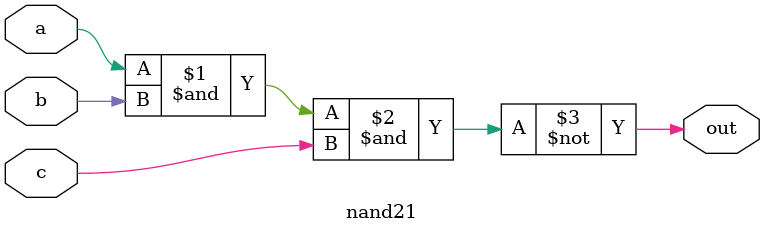
<source format=v>
module nand21 (
  input a,
  input b,
  input c,
  output out
);

  assign out = ~(a & b & c);

endmodule

</source>
